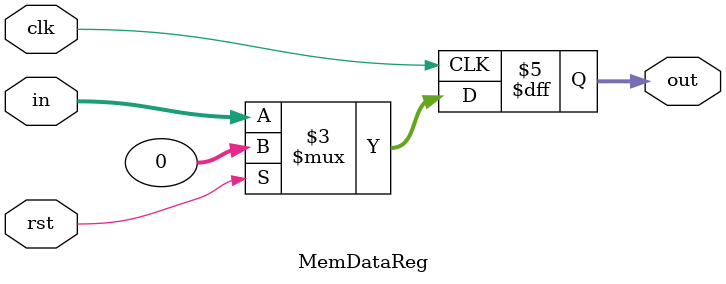
<source format=v>
`timescale 1ns / 1ps
module MemDataReg(in, out, clk, rst);
input [31:0] in;
output reg [31:0] out;
input  clk, rst;

always @(posedge clk)
begin
 if(rst)
   begin
     out <= 32'b0;
   end
  else
   begin
    out <= in;
   end
end


endmodule

</source>
